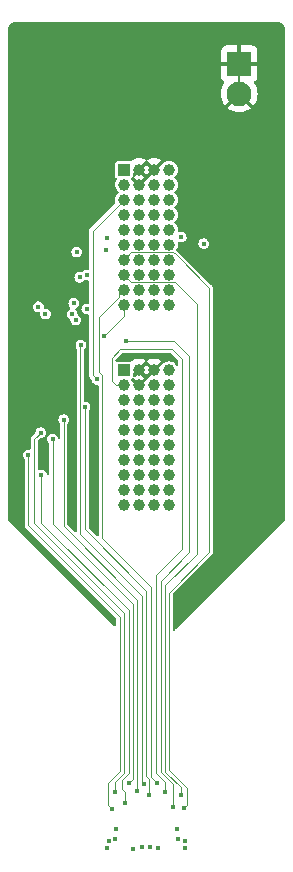
<source format=gbr>
%TF.GenerationSoftware,KiCad,Pcbnew,(6.0.0)*%
%TF.CreationDate,2022-08-13T16:18:09-04:00*%
%TF.ProjectId,eib-24-nanoz-adapter,6569622d-3234-42d6-9e61-6e6f7a2d6164,A*%
%TF.SameCoordinates,Original*%
%TF.FileFunction,Copper,L3,Inr*%
%TF.FilePolarity,Positive*%
%FSLAX46Y46*%
G04 Gerber Fmt 4.6, Leading zero omitted, Abs format (unit mm)*
G04 Created by KiCad (PCBNEW (6.0.0)) date 2022-08-13 16:18:09*
%MOMM*%
%LPD*%
G01*
G04 APERTURE LIST*
%TA.AperFunction,ComponentPad*%
%ADD10C,2.100000*%
%TD*%
%TA.AperFunction,ComponentPad*%
%ADD11R,2.100000X2.100000*%
%TD*%
%TA.AperFunction,ComponentPad*%
%ADD12R,0.990000X0.990000*%
%TD*%
%TA.AperFunction,ComponentPad*%
%ADD13C,0.990000*%
%TD*%
%TA.AperFunction,ViaPad*%
%ADD14C,0.400000*%
%TD*%
%TA.AperFunction,Conductor*%
%ADD15C,0.120000*%
%TD*%
%TA.AperFunction,Conductor*%
%ADD16C,0.200000*%
%TD*%
%TA.AperFunction,Conductor*%
%ADD17C,0.090000*%
%TD*%
G04 APERTURE END LIST*
D10*
%TO.N,/REF*%
%TO.C,J1*%
X147850000Y-97870000D03*
D11*
X147850000Y-95330000D03*
%TD*%
D12*
%TO.N,/E13*%
%TO.C,J4*%
X138095000Y-121285000D03*
D13*
%TO.N,/E15*%
X138095000Y-122555000D03*
%TO.N,/E17*%
X138095000Y-123825000D03*
%TO.N,/E19*%
X138095000Y-125095000D03*
%TO.N,/E21*%
X138095000Y-126365000D03*
%TO.N,/E23*%
X138095000Y-127635000D03*
%TO.N,unconnected-(J4-PadA7)*%
X138095000Y-128905000D03*
%TO.N,unconnected-(J4-PadA8)*%
X138095000Y-130175000D03*
%TO.N,unconnected-(J4-PadA9)*%
X138095000Y-131445000D03*
%TO.N,unconnected-(J4-PadA10)*%
X138095000Y-132715000D03*
%TO.N,/REF*%
X139365000Y-121285000D03*
X139365000Y-122555000D03*
%TO.N,unconnected-(J4-PadB3)*%
X139365000Y-123825000D03*
%TO.N,unconnected-(J4-PadB4)*%
X139365000Y-125095000D03*
%TO.N,/E20*%
X139365000Y-126365000D03*
%TO.N,/E22*%
X139365000Y-127635000D03*
%TO.N,unconnected-(J4-PadB7)*%
X139365000Y-128905000D03*
%TO.N,unconnected-(J4-PadB8)*%
X139365000Y-130175000D03*
%TO.N,unconnected-(J4-PadB9)*%
X139365000Y-131445000D03*
%TO.N,unconnected-(J4-PadB10)*%
X139365000Y-132715000D03*
%TO.N,/REF*%
X140635000Y-121285000D03*
%TO.N,unconnected-(J4-PadC2)*%
X140635000Y-122555000D03*
%TO.N,unconnected-(J4-PadC3)*%
X140635000Y-123825000D03*
%TO.N,unconnected-(J4-PadC4)*%
X140635000Y-125095000D03*
%TO.N,unconnected-(J4-PadC5)*%
X140635000Y-126365000D03*
%TO.N,unconnected-(J4-PadC6)*%
X140635000Y-127635000D03*
%TO.N,unconnected-(J4-PadC7)*%
X140635000Y-128905000D03*
%TO.N,unconnected-(J4-PadC8)*%
X140635000Y-130175000D03*
%TO.N,unconnected-(J4-PadC9)*%
X140635000Y-131445000D03*
%TO.N,unconnected-(J4-PadC10)*%
X140635000Y-132715000D03*
%TO.N,unconnected-(J4-PadD1)*%
X141905000Y-121285000D03*
%TO.N,unconnected-(J4-PadD2)*%
X141905000Y-122555000D03*
%TO.N,unconnected-(J4-PadD3)*%
X141905000Y-123825000D03*
%TO.N,unconnected-(J4-PadD4)*%
X141905000Y-125095000D03*
%TO.N,unconnected-(J4-PadD5)*%
X141905000Y-126365000D03*
%TO.N,unconnected-(J4-PadD6)*%
X141905000Y-127635000D03*
%TO.N,unconnected-(J4-PadD7)*%
X141905000Y-128905000D03*
%TO.N,unconnected-(J4-PadD8)*%
X141905000Y-130175000D03*
%TO.N,unconnected-(J4-PadD9)*%
X141905000Y-131445000D03*
%TO.N,unconnected-(J4-PadD10)*%
X141905000Y-132715000D03*
%TD*%
%TO.N,unconnected-(J3-PadD10)*%
%TO.C,J3*%
X141905000Y-115715000D03*
%TO.N,unconnected-(J3-PadD9)*%
X141905000Y-114445000D03*
%TO.N,unconnected-(J3-PadD8)*%
X141905000Y-113175000D03*
%TO.N,unconnected-(J3-PadD7)*%
X141905000Y-111905000D03*
%TO.N,unconnected-(J3-PadD6)*%
X141905000Y-110635000D03*
%TO.N,unconnected-(J3-PadD5)*%
X141905000Y-109365000D03*
%TO.N,unconnected-(J3-PadD4)*%
X141905000Y-108095000D03*
%TO.N,unconnected-(J3-PadD3)*%
X141905000Y-106825000D03*
%TO.N,unconnected-(J3-PadD2)*%
X141905000Y-105555000D03*
%TO.N,unconnected-(J3-PadD1)*%
X141905000Y-104285000D03*
%TO.N,unconnected-(J3-PadC10)*%
X140635000Y-115715000D03*
%TO.N,unconnected-(J3-PadC9)*%
X140635000Y-114445000D03*
%TO.N,unconnected-(J3-PadC8)*%
X140635000Y-113175000D03*
%TO.N,unconnected-(J3-PadC7)*%
X140635000Y-111905000D03*
%TO.N,unconnected-(J3-PadC6)*%
X140635000Y-110635000D03*
%TO.N,unconnected-(J3-PadC5)*%
X140635000Y-109365000D03*
%TO.N,unconnected-(J3-PadC4)*%
X140635000Y-108095000D03*
%TO.N,unconnected-(J3-PadC3)*%
X140635000Y-106825000D03*
%TO.N,unconnected-(J3-PadC2)*%
X140635000Y-105555000D03*
%TO.N,/REF*%
X140635000Y-104285000D03*
%TO.N,/E11*%
X139365000Y-115715000D03*
%TO.N,/E9*%
X139365000Y-114445000D03*
%TO.N,/E7*%
X139365000Y-113175000D03*
%TO.N,/E5*%
X139365000Y-111905000D03*
%TO.N,/E3*%
X139365000Y-110635000D03*
%TO.N,/E1*%
X139365000Y-109365000D03*
%TO.N,unconnected-(J3-PadB4)*%
X139365000Y-108095000D03*
%TO.N,unconnected-(J3-PadB3)*%
X139365000Y-106825000D03*
%TO.N,/REF*%
X139365000Y-105555000D03*
X139365000Y-104285000D03*
%TO.N,/E18*%
X138095000Y-115715000D03*
%TO.N,/E16*%
X138095000Y-114445000D03*
%TO.N,/E14*%
X138095000Y-113175000D03*
%TO.N,/E12*%
X138095000Y-111905000D03*
%TO.N,/E10*%
X138095000Y-110635000D03*
%TO.N,/E8*%
X138095000Y-109365000D03*
%TO.N,/E6*%
X138095000Y-108095000D03*
%TO.N,/E4*%
X138095000Y-106825000D03*
%TO.N,/E2*%
X138095000Y-105555000D03*
D12*
%TO.N,/E0*%
X138095000Y-104285000D03*
%TD*%
D14*
%TO.N,/E4*%
X135800000Y-122050000D03*
%TO.N,/E17*%
X134800000Y-124400000D03*
%TO.N,/E19*%
X133000000Y-125450000D03*
%TO.N,/E22*%
X131100000Y-130150000D03*
%TO.N,/E20*%
X132050000Y-127100000D03*
%TO.N,/E21*%
X131050000Y-126550000D03*
%TO.N,/E23*%
X130000000Y-128450000D03*
%TO.N,/E11*%
X131450000Y-116500000D03*
X133700000Y-116500000D03*
%TO.N,/E9*%
X130850000Y-115900000D03*
X133850000Y-115600000D03*
%TO.N,/E6*%
X134000000Y-117000000D03*
X134350000Y-113400000D03*
X136600000Y-111100000D03*
X136650000Y-110050000D03*
%TO.N,/E18*%
X134450000Y-119150000D03*
X136400000Y-118350000D03*
%TO.N,/E5*%
X134950000Y-116100000D03*
X134950000Y-113200000D03*
%TO.N,/E8*%
X134100000Y-111250000D03*
%TO.N,/E1*%
X144850000Y-110550000D03*
X142950000Y-110000000D03*
%TO.N,/E13*%
X138300000Y-118800000D03*
%TO.N,/E21*%
X137350000Y-156950000D03*
%TO.N,/E16*%
X140900000Y-156200000D03*
%TO.N,/E12*%
X143150000Y-158350000D03*
%TO.N,/E13*%
X142250000Y-158250000D03*
%TO.N,/E14*%
X142950000Y-157250000D03*
%TO.N,/E15*%
X141600000Y-157000000D03*
%TO.N,/E17*%
X140250000Y-157250000D03*
%TO.N,/E18*%
X139800000Y-156300000D03*
%TO.N,/E19*%
X139200000Y-156900000D03*
%TO.N,/E20*%
X138500000Y-156250000D03*
%TO.N,/E22*%
X138150000Y-157900000D03*
%TO.N,/E23*%
X137050000Y-158400000D03*
%TO.N,/E5*%
X140300000Y-161600000D03*
%TO.N,/E3*%
X143300000Y-161700000D03*
%TO.N,/E6*%
X139600000Y-161600000D03*
%TO.N,/E8*%
X136700000Y-161700000D03*
%TO.N,/E9*%
X136800000Y-161100000D03*
%TO.N,/E4*%
X141000000Y-161700000D03*
%TO.N,/E2*%
X143300000Y-161100000D03*
%TO.N,/E1*%
X142700000Y-161000000D03*
%TO.N,/E0*%
X142590774Y-160117244D03*
%TO.N,/E7*%
X138900000Y-161800000D03*
%TO.N,/E10*%
X137370000Y-161000000D03*
%TO.N,/E11*%
X137435748Y-160118888D03*
%TD*%
D15*
%TO.N,/E23*%
X137750000Y-142150000D02*
X130000000Y-134400000D01*
X137750000Y-155200000D02*
X137750000Y-142150000D01*
X136750000Y-156200000D02*
X137750000Y-155200000D01*
X130000000Y-134400000D02*
X130000000Y-128450000D01*
X136750000Y-158100000D02*
X136750000Y-156200000D01*
X137050000Y-158400000D02*
X136750000Y-158100000D01*
%TO.N,/E21*%
X138100000Y-155350000D02*
X138100000Y-141850000D01*
X138100000Y-141850000D02*
X130500000Y-134250000D01*
X130500000Y-134250000D02*
X130500000Y-127100000D01*
X130500000Y-127100000D02*
X131050000Y-126550000D01*
X137350000Y-156950000D02*
X137350000Y-156100000D01*
X137350000Y-156100000D02*
X138100000Y-155350000D01*
%TO.N,/E4*%
X135450000Y-109470000D02*
X135450000Y-121700000D01*
X135450000Y-121700000D02*
X135800000Y-122050000D01*
X138095000Y-106825000D02*
X135450000Y-109470000D01*
%TO.N,/E16*%
X140400000Y-155700000D02*
X140900000Y-156200000D01*
X140400000Y-139600000D02*
X140400000Y-155700000D01*
X136259501Y-135459501D02*
X140400000Y-139600000D01*
X136259501Y-121680378D02*
X136259501Y-135459501D01*
X135969622Y-121390499D02*
X136259501Y-121680378D01*
X137654990Y-114445000D02*
X137654990Y-115041304D01*
X138095000Y-114445000D02*
X137654990Y-114445000D01*
X137654990Y-115041304D02*
X135969622Y-116726672D01*
X135969622Y-116726672D02*
X135969622Y-121390499D01*
D16*
%TO.N,/REF*%
X147850000Y-97870000D02*
X147850000Y-95330000D01*
D15*
%TO.N,/E17*%
X134800000Y-134750000D02*
X134800000Y-124400000D01*
X140250000Y-155850000D02*
X140000000Y-155600000D01*
X140000000Y-139950000D02*
X134800000Y-134750000D01*
X140250000Y-157250000D02*
X140250000Y-155850000D01*
X140000000Y-155600000D02*
X140000000Y-139950000D01*
%TO.N,/E18*%
X134390499Y-119209501D02*
X134450000Y-119150000D01*
X139600000Y-140350000D02*
X134390499Y-135140499D01*
X139600000Y-156100000D02*
X139600000Y-140350000D01*
X134390499Y-135140499D02*
X134390499Y-119209501D01*
X139800000Y-156300000D02*
X139600000Y-156100000D01*
%TO.N,/E19*%
X133000000Y-125450000D02*
X133000000Y-134500000D01*
X133000000Y-134500000D02*
X139200000Y-140700000D01*
X139200000Y-140700000D02*
X139200000Y-156900000D01*
%TO.N,/E18*%
X138095000Y-115715000D02*
X138095000Y-116655000D01*
X138095000Y-116655000D02*
X136400000Y-118350000D01*
%TO.N,/E14*%
X142950000Y-156600000D02*
X142950000Y-157250000D01*
X144300000Y-115700000D02*
X144300000Y-136800000D01*
X141600000Y-139500000D02*
X141600000Y-155250000D01*
X141600000Y-155250000D02*
X142950000Y-156600000D01*
X142550000Y-113950000D02*
X144300000Y-115700000D01*
X144300000Y-136800000D02*
X141600000Y-139500000D01*
D17*
X142410479Y-113810479D02*
X142550000Y-113950000D01*
X138730479Y-113810479D02*
X142410479Y-113810479D01*
X138095000Y-113175000D02*
X138730479Y-113810479D01*
D15*
%TO.N,/E15*%
X137455000Y-122555000D02*
X138095000Y-122555000D01*
X137050000Y-122150000D02*
X137455000Y-122555000D01*
X137050000Y-120250000D02*
X137050000Y-122150000D01*
X137800000Y-119500000D02*
X137050000Y-120250000D01*
X142150000Y-119500000D02*
X137800000Y-119500000D01*
X140800000Y-138650000D02*
X143000000Y-136450000D01*
X140800000Y-155350000D02*
X140800000Y-138650000D01*
X141600000Y-156150000D02*
X140800000Y-155350000D01*
X143000000Y-120350000D02*
X142150000Y-119500000D01*
X141600000Y-157000000D02*
X141600000Y-156150000D01*
X143000000Y-136450000D02*
X143000000Y-120350000D01*
%TO.N,/E13*%
X138350000Y-118800000D02*
X138300000Y-118800000D01*
X142350000Y-118800000D02*
X138350000Y-118800000D01*
X142350000Y-118800000D02*
X143600000Y-120050000D01*
%TO.N,/E22*%
X131100000Y-134200000D02*
X131100000Y-130150000D01*
X138500000Y-141600000D02*
X131100000Y-134200000D01*
X137950000Y-156750000D02*
X137950000Y-155950000D01*
X138500000Y-155400000D02*
X138500000Y-141600000D01*
X138150000Y-156950000D02*
X137950000Y-156750000D01*
X138150000Y-157900000D02*
X138150000Y-156950000D01*
X137950000Y-155950000D02*
X138500000Y-155400000D01*
%TO.N,/E12*%
X143400000Y-158100000D02*
X143150000Y-158350000D01*
X141900000Y-155150000D02*
X143400000Y-156650000D01*
X145300000Y-136700000D02*
X141900000Y-140100000D01*
X141900000Y-140100000D02*
X141900000Y-155150000D01*
X143400000Y-156650000D02*
X143400000Y-158100000D01*
X145300000Y-114300000D02*
X145300000Y-136700000D01*
X142475000Y-111475000D02*
X145300000Y-114300000D01*
D17*
X142269521Y-111269521D02*
X142475000Y-111475000D01*
X138730479Y-111269521D02*
X142269521Y-111269521D01*
X138095000Y-111905000D02*
X138730479Y-111269521D01*
D15*
%TO.N,/E20*%
X132050000Y-134300000D02*
X132050000Y-127100000D01*
X132050000Y-134300000D02*
X138850000Y-141100000D01*
%TO.N,/E13*%
X143600000Y-136700000D02*
X143600000Y-120050000D01*
X141200000Y-155300000D02*
X141200000Y-139100000D01*
X141200000Y-139100000D02*
X143600000Y-136700000D01*
%TO.N,/E20*%
X138850000Y-155900000D02*
X138850000Y-141100000D01*
%TO.N,/E13*%
X141200000Y-155300000D02*
X142250000Y-156350000D01*
X142250000Y-158250000D02*
X142250000Y-156350000D01*
%TO.N,/E20*%
X138500000Y-156250000D02*
X138850000Y-155900000D01*
%TD*%
%TA.AperFunction,Conductor*%
%TO.N,/REF*%
G36*
X150984938Y-91751902D02*
G01*
X151000000Y-91754898D01*
X151009562Y-91752996D01*
X151019315Y-91752996D01*
X151019315Y-91753639D01*
X151031086Y-91753062D01*
X151106345Y-91760474D01*
X151136614Y-91763455D01*
X151155646Y-91767241D01*
X151277683Y-91804260D01*
X151295609Y-91811685D01*
X151408080Y-91871802D01*
X151424214Y-91882583D01*
X151522796Y-91963487D01*
X151536513Y-91977204D01*
X151617416Y-92075784D01*
X151628197Y-92091918D01*
X151639217Y-92112534D01*
X151688314Y-92204388D01*
X151695740Y-92222317D01*
X151720474Y-92303852D01*
X151732759Y-92344352D01*
X151736545Y-92363387D01*
X151746938Y-92468914D01*
X151746361Y-92480685D01*
X151747004Y-92480685D01*
X151747004Y-92490438D01*
X151745102Y-92500000D01*
X151747004Y-92509562D01*
X151748098Y-92515062D01*
X151750000Y-92534376D01*
X151750000Y-133855438D01*
X151731093Y-133913629D01*
X151721004Y-133925442D01*
X142497528Y-143148919D01*
X142482526Y-143161230D01*
X142469760Y-143169760D01*
X142455812Y-143190635D01*
X142414505Y-143252455D01*
X142412603Y-143262017D01*
X142406598Y-143292206D01*
X142376701Y-143345590D01*
X142321136Y-143371206D01*
X142261126Y-143359269D01*
X142219594Y-143314339D01*
X142210500Y-143272892D01*
X142210500Y-140269621D01*
X142229407Y-140211430D01*
X142239496Y-140199617D01*
X145480367Y-136958746D01*
X145483732Y-136955842D01*
X145488334Y-136953592D01*
X145523116Y-136916097D01*
X145525692Y-136913421D01*
X145539975Y-136899138D01*
X145542556Y-136895377D01*
X145542700Y-136895203D01*
X145546253Y-136891156D01*
X145567000Y-136868790D01*
X145571546Y-136857397D01*
X145581857Y-136838086D01*
X145583620Y-136835515D01*
X145583620Y-136835514D01*
X145588792Y-136827975D01*
X145595203Y-136800962D01*
X145599575Y-136787139D01*
X145607273Y-136767844D01*
X145607273Y-136767843D01*
X145609862Y-136761354D01*
X145610500Y-136754847D01*
X145610500Y-136748092D01*
X145613175Y-136725232D01*
X145613391Y-136724324D01*
X145613391Y-136724322D01*
X145615501Y-136715431D01*
X145611404Y-136685328D01*
X145610500Y-136671977D01*
X145610500Y-114355427D01*
X145610826Y-114350987D01*
X145612489Y-114346144D01*
X145610570Y-114295023D01*
X145610500Y-114291309D01*
X145610500Y-114271124D01*
X145609664Y-114266633D01*
X145609642Y-114266400D01*
X145609293Y-114261009D01*
X145608493Y-114239689D01*
X145608493Y-114239688D01*
X145608150Y-114230555D01*
X145603308Y-114219284D01*
X145596944Y-114198337D01*
X145596372Y-114195268D01*
X145594699Y-114186285D01*
X145580133Y-114162653D01*
X145573452Y-114149791D01*
X145565248Y-114130699D01*
X145565247Y-114130698D01*
X145562489Y-114124278D01*
X145558339Y-114119226D01*
X145553559Y-114114446D01*
X145539291Y-114096395D01*
X145534004Y-114087818D01*
X145526732Y-114082288D01*
X145526729Y-114082285D01*
X145509821Y-114069428D01*
X145499741Y-114060628D01*
X142674138Y-111235025D01*
X142614127Y-111193857D01*
X142600125Y-111182224D01*
X142559124Y-111141223D01*
X142531347Y-111086706D01*
X142540918Y-111026274D01*
X142546669Y-111016433D01*
X142556496Y-111001643D01*
X142572255Y-110977923D01*
X142576139Y-110967700D01*
X142629682Y-110826746D01*
X142631648Y-110821571D01*
X142654925Y-110655947D01*
X142655217Y-110635000D01*
X142654660Y-110630028D01*
X142645059Y-110544440D01*
X144394901Y-110544440D01*
X144395816Y-110551437D01*
X144395816Y-110551438D01*
X144397082Y-110561120D01*
X144411633Y-110672394D01*
X144414471Y-110678845D01*
X144414472Y-110678847D01*
X144449601Y-110758684D01*
X144463605Y-110790510D01*
X144494065Y-110826746D01*
X144542100Y-110883892D01*
X144542103Y-110883894D01*
X144546639Y-110889291D01*
X144654060Y-110960796D01*
X144660788Y-110962898D01*
X144660790Y-110962899D01*
X144708880Y-110977923D01*
X144777233Y-110999278D01*
X144841744Y-111000461D01*
X144899202Y-111001514D01*
X144899204Y-111001514D01*
X144906255Y-111001643D01*
X144913058Y-110999788D01*
X144913060Y-110999788D01*
X144954828Y-110988400D01*
X145030755Y-110967700D01*
X145140724Y-110900179D01*
X145199884Y-110834820D01*
X145222590Y-110809735D01*
X145222590Y-110809734D01*
X145227322Y-110804507D01*
X145283588Y-110688375D01*
X145295254Y-110619035D01*
X145304363Y-110564891D01*
X145304363Y-110564886D01*
X145304997Y-110561120D01*
X145305133Y-110550000D01*
X145286839Y-110422259D01*
X145233428Y-110304788D01*
X145149193Y-110207028D01*
X145143276Y-110203193D01*
X145143274Y-110203191D01*
X145046824Y-110140677D01*
X145040906Y-110136841D01*
X145034150Y-110134821D01*
X145034149Y-110134820D01*
X144991335Y-110122016D01*
X144917273Y-110099866D01*
X144840644Y-110099398D01*
X144795282Y-110099121D01*
X144788231Y-110099078D01*
X144781454Y-110101015D01*
X144781453Y-110101015D01*
X144670935Y-110132601D01*
X144670933Y-110132602D01*
X144664155Y-110134539D01*
X144555019Y-110203399D01*
X144469596Y-110300122D01*
X144414754Y-110416932D01*
X144394901Y-110544440D01*
X142645059Y-110544440D01*
X142642478Y-110521427D01*
X142654781Y-110461492D01*
X142699964Y-110420234D01*
X142760768Y-110413414D01*
X142770384Y-110415896D01*
X142877233Y-110449278D01*
X142941744Y-110450461D01*
X142999202Y-110451514D01*
X142999204Y-110451514D01*
X143006255Y-110451643D01*
X143013058Y-110449788D01*
X143013060Y-110449788D01*
X143054828Y-110438400D01*
X143130755Y-110417700D01*
X143240724Y-110350179D01*
X143286649Y-110299442D01*
X143322590Y-110259735D01*
X143322590Y-110259734D01*
X143327322Y-110254507D01*
X143383588Y-110138375D01*
X143397228Y-110057299D01*
X143404363Y-110014891D01*
X143404363Y-110014886D01*
X143404997Y-110011120D01*
X143405133Y-110000000D01*
X143386839Y-109872259D01*
X143364324Y-109822741D01*
X143336349Y-109761212D01*
X143336348Y-109761211D01*
X143333428Y-109754788D01*
X143249193Y-109657028D01*
X143243276Y-109653193D01*
X143243274Y-109653191D01*
X143146824Y-109590677D01*
X143140906Y-109586841D01*
X143134150Y-109584821D01*
X143134149Y-109584820D01*
X143083314Y-109569617D01*
X143017273Y-109549866D01*
X142940644Y-109549398D01*
X142895282Y-109549121D01*
X142888231Y-109549078D01*
X142881454Y-109551015D01*
X142881453Y-109551015D01*
X142825955Y-109566877D01*
X142767713Y-109583522D01*
X142706568Y-109581333D01*
X142658386Y-109543622D01*
X142641572Y-109484792D01*
X142642472Y-109474555D01*
X142654492Y-109389027D01*
X142654925Y-109385947D01*
X142655217Y-109365000D01*
X142654660Y-109360028D01*
X142643056Y-109256579D01*
X142636574Y-109198791D01*
X142581570Y-109040842D01*
X142492940Y-108899004D01*
X142393509Y-108798876D01*
X142365923Y-108744263D01*
X142375706Y-108683865D01*
X142395484Y-108657428D01*
X142479700Y-108577230D01*
X142572255Y-108437923D01*
X142631648Y-108281571D01*
X142654925Y-108115947D01*
X142655217Y-108095000D01*
X142636574Y-107928791D01*
X142581570Y-107770842D01*
X142492940Y-107629004D01*
X142393509Y-107528876D01*
X142365923Y-107474263D01*
X142375706Y-107413865D01*
X142395484Y-107387428D01*
X142479700Y-107307230D01*
X142572255Y-107167923D01*
X142631648Y-107011571D01*
X142654925Y-106845947D01*
X142655217Y-106825000D01*
X142654660Y-106820028D01*
X142637191Y-106664296D01*
X142636574Y-106658791D01*
X142581570Y-106500842D01*
X142492940Y-106359004D01*
X142393509Y-106258876D01*
X142365923Y-106204263D01*
X142375706Y-106143865D01*
X142395484Y-106117428D01*
X142479700Y-106037230D01*
X142572255Y-105897923D01*
X142631648Y-105741571D01*
X142654925Y-105575947D01*
X142655217Y-105555000D01*
X142654660Y-105550028D01*
X142637191Y-105394296D01*
X142636574Y-105388791D01*
X142581570Y-105230842D01*
X142492940Y-105089004D01*
X142393510Y-104988877D01*
X142365923Y-104934263D01*
X142375706Y-104873865D01*
X142395484Y-104847428D01*
X142479700Y-104767230D01*
X142572255Y-104627923D01*
X142594877Y-104568372D01*
X142629682Y-104476746D01*
X142631648Y-104471571D01*
X142654925Y-104305947D01*
X142655217Y-104285000D01*
X142654564Y-104279172D01*
X142637191Y-104124296D01*
X142636574Y-104118791D01*
X142581570Y-103960842D01*
X142492940Y-103819004D01*
X142375089Y-103700327D01*
X142295203Y-103649630D01*
X142238544Y-103613673D01*
X142238542Y-103613672D01*
X142233873Y-103610709D01*
X142124219Y-103571663D01*
X142081526Y-103556461D01*
X142081524Y-103556461D01*
X142076313Y-103554605D01*
X142056849Y-103552284D01*
X141915733Y-103535456D01*
X141915730Y-103535456D01*
X141910237Y-103534801D01*
X141743902Y-103552284D01*
X141664737Y-103579234D01*
X141590815Y-103604398D01*
X141590811Y-103604400D01*
X141585573Y-103606183D01*
X141580863Y-103609081D01*
X141580858Y-103609083D01*
X141454913Y-103686566D01*
X141452695Y-103687261D01*
X141430219Y-103701913D01*
X139435004Y-105697128D01*
X139380487Y-105724905D01*
X139320055Y-105715334D01*
X139294996Y-105697128D01*
X138728737Y-105130869D01*
X138700960Y-105076352D01*
X138710531Y-105015920D01*
X138743739Y-104978550D01*
X138762490Y-104966021D01*
X138762491Y-104966020D01*
X138770601Y-104960601D01*
X138788200Y-104934263D01*
X138788714Y-104933493D01*
X138836763Y-104895613D01*
X138897901Y-104893209D01*
X138939755Y-104922377D01*
X138942132Y-104920000D01*
X139353914Y-105331782D01*
X139365797Y-105337836D01*
X139370828Y-105337040D01*
X139776782Y-104931086D01*
X139782836Y-104919203D01*
X139782040Y-104914172D01*
X139376086Y-104508218D01*
X139364203Y-104502164D01*
X139359172Y-104502960D01*
X139009504Y-104852628D01*
X138954987Y-104880405D01*
X138894555Y-104870834D01*
X138851290Y-104827569D01*
X138840500Y-104782624D01*
X138840500Y-104638376D01*
X138859407Y-104580185D01*
X138869496Y-104568372D01*
X139152071Y-104285797D01*
X139582164Y-104285797D01*
X139582960Y-104290828D01*
X139988914Y-104696782D01*
X140000797Y-104702836D01*
X140005828Y-104702040D01*
X140411782Y-104296086D01*
X140417836Y-104284203D01*
X140417040Y-104279172D01*
X140011086Y-103873218D01*
X139999203Y-103867164D01*
X139994172Y-103867960D01*
X139588218Y-104273914D01*
X139582164Y-104285797D01*
X139152071Y-104285797D01*
X139929996Y-103507872D01*
X139974171Y-103485365D01*
X140017788Y-103485365D01*
X140044945Y-103489666D01*
X140070004Y-103507872D01*
X140623914Y-104061782D01*
X140635797Y-104067836D01*
X140640828Y-104067040D01*
X141214559Y-103493309D01*
X141220613Y-103481426D01*
X141220180Y-103478692D01*
X141217829Y-103475757D01*
X141197821Y-103459205D01*
X141189827Y-103453813D01*
X141026698Y-103365608D01*
X141017827Y-103361879D01*
X140840663Y-103307038D01*
X140831229Y-103305101D01*
X140646796Y-103285716D01*
X140637158Y-103285649D01*
X140452474Y-103302456D01*
X140443008Y-103304262D01*
X140265110Y-103356621D01*
X140256169Y-103360234D01*
X140091836Y-103446145D01*
X140083759Y-103451430D01*
X140062840Y-103468250D01*
X140017788Y-103485365D01*
X139974171Y-103485365D01*
X139979209Y-103482798D01*
X139946598Y-103473938D01*
X139937697Y-103467376D01*
X139927816Y-103459201D01*
X139919827Y-103453813D01*
X139756698Y-103365608D01*
X139747827Y-103361879D01*
X139570663Y-103307038D01*
X139561229Y-103305101D01*
X139376796Y-103285716D01*
X139367158Y-103285649D01*
X139182474Y-103302456D01*
X139173008Y-103304262D01*
X138995110Y-103356621D01*
X138986169Y-103360234D01*
X138821836Y-103446145D01*
X138813760Y-103451429D01*
X138722482Y-103524819D01*
X138665284Y-103546547D01*
X138641134Y-103544763D01*
X138626841Y-103541920D01*
X138614674Y-103539500D01*
X137575326Y-103539500D01*
X137502260Y-103554034D01*
X137419399Y-103609399D01*
X137364034Y-103692260D01*
X137349500Y-103765326D01*
X137349500Y-104804674D01*
X137364034Y-104877740D01*
X137419399Y-104960601D01*
X137427509Y-104966020D01*
X137458465Y-104986704D01*
X137496345Y-105034754D01*
X137498747Y-105095892D01*
X137486681Y-105122648D01*
X137423022Y-105221427D01*
X137365818Y-105378592D01*
X137344856Y-105544525D01*
X137347937Y-105575947D01*
X137360637Y-105705477D01*
X137360638Y-105705482D01*
X137361177Y-105710979D01*
X137413970Y-105869680D01*
X137416835Y-105874411D01*
X137416837Y-105874415D01*
X137497744Y-106008008D01*
X137497747Y-106008012D01*
X137500611Y-106012741D01*
X137504454Y-106016721D01*
X137504459Y-106016727D01*
X137606450Y-106122341D01*
X137633273Y-106177334D01*
X137622648Y-106237589D01*
X137604504Y-106261844D01*
X137513623Y-106350841D01*
X137423022Y-106491427D01*
X137365818Y-106648592D01*
X137344856Y-106814525D01*
X137347937Y-106845947D01*
X137360637Y-106975477D01*
X137360638Y-106975482D01*
X137361177Y-106980979D01*
X137376507Y-107027061D01*
X137376934Y-107088245D01*
X137352572Y-107128315D01*
X135269633Y-109211254D01*
X135266268Y-109214158D01*
X135261666Y-109216408D01*
X135226999Y-109253779D01*
X135226884Y-109253903D01*
X135224308Y-109256579D01*
X135210025Y-109270862D01*
X135207444Y-109274623D01*
X135207300Y-109274797D01*
X135203747Y-109278844D01*
X135183000Y-109301210D01*
X135179613Y-109309700D01*
X135179612Y-109309701D01*
X135178454Y-109312603D01*
X135168143Y-109331914D01*
X135166380Y-109334485D01*
X135161208Y-109342025D01*
X135155756Y-109365000D01*
X135154798Y-109369036D01*
X135150425Y-109382861D01*
X135140138Y-109408646D01*
X135139500Y-109415153D01*
X135139500Y-109421909D01*
X135136825Y-109444769D01*
X135134499Y-109454570D01*
X135135732Y-109463626D01*
X135138596Y-109484673D01*
X135139500Y-109498024D01*
X135139500Y-112654249D01*
X135120593Y-112712440D01*
X135071093Y-112748404D01*
X135025866Y-112752161D01*
X135024028Y-112751886D01*
X135017273Y-112749866D01*
X134952752Y-112749472D01*
X134895282Y-112749121D01*
X134888231Y-112749078D01*
X134881454Y-112751015D01*
X134881453Y-112751015D01*
X134770935Y-112782601D01*
X134770933Y-112782602D01*
X134764155Y-112784539D01*
X134655019Y-112853399D01*
X134606266Y-112908601D01*
X134579859Y-112938501D01*
X134527167Y-112969601D01*
X134477289Y-112967815D01*
X134417273Y-112949866D01*
X134340644Y-112949398D01*
X134295282Y-112949121D01*
X134288231Y-112949078D01*
X134281454Y-112951015D01*
X134281453Y-112951015D01*
X134170935Y-112982601D01*
X134170933Y-112982602D01*
X134164155Y-112984539D01*
X134158191Y-112988302D01*
X134150133Y-112993386D01*
X134055019Y-113053399D01*
X133969596Y-113150122D01*
X133914754Y-113266932D01*
X133894901Y-113394440D01*
X133911633Y-113522394D01*
X133914471Y-113528845D01*
X133914472Y-113528847D01*
X133960213Y-113632801D01*
X133963605Y-113640510D01*
X133975371Y-113654507D01*
X134042100Y-113733892D01*
X134042103Y-113733894D01*
X134046639Y-113739291D01*
X134154060Y-113810796D01*
X134160788Y-113812898D01*
X134160790Y-113812899D01*
X134215646Y-113830037D01*
X134277233Y-113849278D01*
X134341744Y-113850460D01*
X134399202Y-113851514D01*
X134399204Y-113851514D01*
X134406255Y-113851643D01*
X134413058Y-113849788D01*
X134413060Y-113849788D01*
X134454828Y-113838400D01*
X134530755Y-113817700D01*
X134640724Y-113750179D01*
X134714333Y-113668857D01*
X134721571Y-113660861D01*
X134774640Y-113630407D01*
X134824491Y-113632801D01*
X134870500Y-113647175D01*
X134870504Y-113647176D01*
X134877233Y-113649278D01*
X134941744Y-113650461D01*
X134999202Y-113651514D01*
X134999204Y-113651514D01*
X135006255Y-113651643D01*
X135014460Y-113649406D01*
X135015662Y-113649464D01*
X135020060Y-113648916D01*
X135020155Y-113649680D01*
X135075574Y-113652341D01*
X135123292Y-113690638D01*
X135139500Y-113744920D01*
X135139500Y-115554249D01*
X135120593Y-115612440D01*
X135071093Y-115648404D01*
X135025866Y-115652161D01*
X135024028Y-115651886D01*
X135017273Y-115649866D01*
X134952752Y-115649472D01*
X134895282Y-115649121D01*
X134888231Y-115649078D01*
X134881454Y-115651015D01*
X134881453Y-115651015D01*
X134770935Y-115682601D01*
X134770933Y-115682602D01*
X134764155Y-115684539D01*
X134655019Y-115753399D01*
X134569596Y-115850122D01*
X134514754Y-115966932D01*
X134494901Y-116094440D01*
X134511633Y-116222394D01*
X134514471Y-116228845D01*
X134514472Y-116228847D01*
X134550868Y-116311563D01*
X134563605Y-116340510D01*
X134598149Y-116381605D01*
X134642100Y-116433892D01*
X134642103Y-116433894D01*
X134646639Y-116439291D01*
X134754060Y-116510796D01*
X134760788Y-116512898D01*
X134760790Y-116512899D01*
X134815646Y-116530037D01*
X134877233Y-116549278D01*
X134941744Y-116550460D01*
X134999202Y-116551514D01*
X134999204Y-116551514D01*
X135006255Y-116551643D01*
X135014460Y-116549406D01*
X135015662Y-116549464D01*
X135020060Y-116548916D01*
X135020155Y-116549680D01*
X135075574Y-116552341D01*
X135123292Y-116590638D01*
X135139500Y-116644920D01*
X135139500Y-121644573D01*
X135139174Y-121649013D01*
X135137511Y-121653856D01*
X135137854Y-121662990D01*
X135139430Y-121704977D01*
X135139500Y-121708691D01*
X135139500Y-121728876D01*
X135140336Y-121733367D01*
X135140358Y-121733600D01*
X135140707Y-121738987D01*
X135141850Y-121769445D01*
X135146692Y-121780716D01*
X135153056Y-121801663D01*
X135155301Y-121813715D01*
X135160095Y-121821492D01*
X135160095Y-121821493D01*
X135169867Y-121837347D01*
X135176548Y-121850209D01*
X135182067Y-121863052D01*
X135187511Y-121875722D01*
X135191661Y-121880774D01*
X135196441Y-121885554D01*
X135210709Y-121903605D01*
X135215996Y-121912182D01*
X135223268Y-121917712D01*
X135223271Y-121917715D01*
X135240179Y-121930572D01*
X135250259Y-121939372D01*
X135319536Y-122008649D01*
X135347696Y-122065816D01*
X135353575Y-122110774D01*
X135361633Y-122172394D01*
X135364471Y-122178845D01*
X135364472Y-122178847D01*
X135410764Y-122284054D01*
X135413605Y-122290510D01*
X135448298Y-122331782D01*
X135492100Y-122383892D01*
X135492103Y-122383894D01*
X135496639Y-122389291D01*
X135604060Y-122460796D01*
X135610788Y-122462898D01*
X135610790Y-122462899D01*
X135665646Y-122480037D01*
X135727233Y-122499278D01*
X135785390Y-122500344D01*
X135851816Y-122501562D01*
X135909650Y-122521532D01*
X135944701Y-122571683D01*
X135949001Y-122600545D01*
X135949001Y-135220880D01*
X135930094Y-135279071D01*
X135880594Y-135315035D01*
X135819408Y-135315035D01*
X135779997Y-135290884D01*
X135139496Y-134650383D01*
X135111719Y-134595866D01*
X135110500Y-134580379D01*
X135110500Y-124766482D01*
X135129407Y-124708291D01*
X135136102Y-124700046D01*
X135172590Y-124659735D01*
X135172590Y-124659734D01*
X135177322Y-124654507D01*
X135233588Y-124538375D01*
X135246773Y-124460002D01*
X135254363Y-124414891D01*
X135254363Y-124414886D01*
X135254997Y-124411120D01*
X135255133Y-124400000D01*
X135236839Y-124272259D01*
X135218464Y-124231846D01*
X135186349Y-124161212D01*
X135186348Y-124161211D01*
X135183428Y-124154788D01*
X135099193Y-124057028D01*
X135093276Y-124053193D01*
X135093274Y-124053191D01*
X134996824Y-123990677D01*
X134990906Y-123986841D01*
X134984150Y-123984821D01*
X134984149Y-123984820D01*
X134900218Y-123959719D01*
X134867273Y-123949866D01*
X134850510Y-123949764D01*
X134799394Y-123949451D01*
X134741320Y-123930188D01*
X134705659Y-123880469D01*
X134700999Y-123850453D01*
X134700999Y-119578340D01*
X134719906Y-119520149D01*
X134735782Y-119503213D01*
X134740724Y-119500179D01*
X134827322Y-119404507D01*
X134883588Y-119288375D01*
X134899885Y-119191507D01*
X134904363Y-119164891D01*
X134904363Y-119164886D01*
X134904997Y-119161120D01*
X134905133Y-119150000D01*
X134886839Y-119022259D01*
X134841433Y-118922394D01*
X134836349Y-118911212D01*
X134836348Y-118911211D01*
X134833428Y-118904788D01*
X134749193Y-118807028D01*
X134743276Y-118803193D01*
X134743274Y-118803191D01*
X134646824Y-118740677D01*
X134640906Y-118736841D01*
X134634150Y-118734821D01*
X134634149Y-118734820D01*
X134530664Y-118703871D01*
X134517273Y-118699866D01*
X134440644Y-118699398D01*
X134395282Y-118699121D01*
X134388231Y-118699078D01*
X134381454Y-118701015D01*
X134381453Y-118701015D01*
X134270935Y-118732601D01*
X134270933Y-118732602D01*
X134264155Y-118734539D01*
X134155019Y-118803399D01*
X134069596Y-118900122D01*
X134014754Y-119016932D01*
X133994901Y-119144440D01*
X133995816Y-119151437D01*
X133995816Y-119151438D01*
X134000929Y-119190536D01*
X134011633Y-119272394D01*
X134014471Y-119278845D01*
X134014472Y-119278847D01*
X134028913Y-119311666D01*
X134063605Y-119390510D01*
X134065605Y-119392890D01*
X134079999Y-119443250D01*
X134079999Y-134901878D01*
X134061092Y-134960069D01*
X134011592Y-134996033D01*
X133950406Y-134996033D01*
X133910995Y-134971882D01*
X133339496Y-134400383D01*
X133311719Y-134345866D01*
X133310500Y-134330379D01*
X133310500Y-125816482D01*
X133329407Y-125758291D01*
X133336102Y-125750046D01*
X133372590Y-125709735D01*
X133372590Y-125709734D01*
X133377322Y-125704507D01*
X133433588Y-125588375D01*
X133444596Y-125522941D01*
X133454363Y-125464891D01*
X133454363Y-125464886D01*
X133454997Y-125461120D01*
X133455133Y-125450000D01*
X133436839Y-125322259D01*
X133383428Y-125204788D01*
X133299193Y-125107028D01*
X133293276Y-125103193D01*
X133293274Y-125103191D01*
X133196824Y-125040677D01*
X133190906Y-125036841D01*
X133184150Y-125034821D01*
X133184149Y-125034820D01*
X133141335Y-125022016D01*
X133067273Y-124999866D01*
X132990644Y-124999398D01*
X132945282Y-124999121D01*
X132938231Y-124999078D01*
X132931454Y-125001015D01*
X132931453Y-125001015D01*
X132820935Y-125032601D01*
X132820933Y-125032602D01*
X132814155Y-125034539D01*
X132705019Y-125103399D01*
X132619596Y-125200122D01*
X132564754Y-125316932D01*
X132544901Y-125444440D01*
X132545816Y-125451437D01*
X132545816Y-125451438D01*
X132547082Y-125461120D01*
X132561633Y-125572394D01*
X132564471Y-125578845D01*
X132564472Y-125578847D01*
X132571458Y-125594724D01*
X132613605Y-125690510D01*
X132646941Y-125730168D01*
X132666283Y-125753178D01*
X132689253Y-125809888D01*
X132689500Y-125816880D01*
X132689500Y-126997753D01*
X132670593Y-127055944D01*
X132621093Y-127091908D01*
X132559907Y-127091908D01*
X132510407Y-127055944D01*
X132492500Y-127011788D01*
X132487839Y-126979243D01*
X132486839Y-126972259D01*
X132433428Y-126854788D01*
X132349193Y-126757028D01*
X132343276Y-126753193D01*
X132343274Y-126753191D01*
X132246824Y-126690677D01*
X132240906Y-126686841D01*
X132234150Y-126684821D01*
X132234149Y-126684820D01*
X132191335Y-126672016D01*
X132117273Y-126649866D01*
X132040644Y-126649398D01*
X131995282Y-126649121D01*
X131988231Y-126649078D01*
X131981454Y-126651015D01*
X131981453Y-126651015D01*
X131870935Y-126682601D01*
X131870933Y-126682602D01*
X131864155Y-126684539D01*
X131755019Y-126753399D01*
X131669596Y-126850122D01*
X131614754Y-126966932D01*
X131594901Y-127094440D01*
X131611633Y-127222394D01*
X131614471Y-127228845D01*
X131614472Y-127228847D01*
X131644361Y-127296775D01*
X131663605Y-127340510D01*
X131713650Y-127400046D01*
X131716283Y-127403178D01*
X131739253Y-127459888D01*
X131739500Y-127466880D01*
X131739500Y-130047753D01*
X131720593Y-130105944D01*
X131671093Y-130141908D01*
X131609907Y-130141908D01*
X131560407Y-130105944D01*
X131542500Y-130061788D01*
X131537839Y-130029243D01*
X131536839Y-130022259D01*
X131483428Y-129904788D01*
X131399193Y-129807028D01*
X131393276Y-129803193D01*
X131393274Y-129803191D01*
X131296824Y-129740677D01*
X131290906Y-129736841D01*
X131284150Y-129734821D01*
X131284149Y-129734820D01*
X131213526Y-129713699D01*
X131167273Y-129699866D01*
X131090644Y-129699398D01*
X131045282Y-129699121D01*
X131038231Y-129699078D01*
X131031454Y-129701015D01*
X131031453Y-129701015D01*
X130936705Y-129728094D01*
X130875559Y-129725905D01*
X130827377Y-129688193D01*
X130810500Y-129632905D01*
X130810500Y-127269620D01*
X130829407Y-127211429D01*
X130839497Y-127199616D01*
X131008959Y-127030155D01*
X131063475Y-127002378D01*
X131080776Y-127001176D01*
X131081718Y-127001193D01*
X131099202Y-127001514D01*
X131099204Y-127001514D01*
X131106255Y-127001643D01*
X131113058Y-126999788D01*
X131113060Y-126999788D01*
X131158739Y-126987334D01*
X131230755Y-126967700D01*
X131340724Y-126900179D01*
X131353034Y-126886579D01*
X131422590Y-126809735D01*
X131422590Y-126809734D01*
X131427322Y-126804507D01*
X131483588Y-126688375D01*
X131494596Y-126622941D01*
X131504363Y-126564891D01*
X131504363Y-126564886D01*
X131504997Y-126561120D01*
X131505133Y-126550000D01*
X131486839Y-126422259D01*
X131433428Y-126304788D01*
X131349193Y-126207028D01*
X131343276Y-126203193D01*
X131343274Y-126203191D01*
X131246824Y-126140677D01*
X131240906Y-126136841D01*
X131234150Y-126134821D01*
X131234149Y-126134820D01*
X131191335Y-126122016D01*
X131117273Y-126099866D01*
X131040644Y-126099398D01*
X130995282Y-126099121D01*
X130988231Y-126099078D01*
X130981454Y-126101015D01*
X130981453Y-126101015D01*
X130870935Y-126132601D01*
X130870933Y-126132602D01*
X130864155Y-126134539D01*
X130755019Y-126203399D01*
X130669596Y-126300122D01*
X130614754Y-126416932D01*
X130613669Y-126423902D01*
X130595899Y-126538032D01*
X130568082Y-126592805D01*
X130319633Y-126841254D01*
X130316268Y-126844158D01*
X130311666Y-126846408D01*
X130276999Y-126883779D01*
X130276884Y-126883903D01*
X130274308Y-126886579D01*
X130260025Y-126900862D01*
X130257444Y-126904623D01*
X130257300Y-126904797D01*
X130253747Y-126908844D01*
X130233000Y-126931210D01*
X130229613Y-126939700D01*
X130229612Y-126939701D01*
X130228454Y-126942603D01*
X130218143Y-126961914D01*
X130216705Y-126964011D01*
X130211208Y-126972025D01*
X130209098Y-126980918D01*
X130204798Y-126999036D01*
X130200425Y-127012861D01*
X130193526Y-127030155D01*
X130190138Y-127038646D01*
X130189500Y-127045153D01*
X130189500Y-127051909D01*
X130186825Y-127074769D01*
X130184499Y-127084570D01*
X130188211Y-127111842D01*
X130188596Y-127114673D01*
X130189500Y-127128024D01*
X130189500Y-127904249D01*
X130170593Y-127962440D01*
X130121093Y-127998404D01*
X130075866Y-128002161D01*
X130074028Y-128001886D01*
X130067273Y-127999866D01*
X130002752Y-127999472D01*
X129945282Y-127999121D01*
X129938231Y-127999078D01*
X129931454Y-128001015D01*
X129931453Y-128001015D01*
X129820935Y-128032601D01*
X129820933Y-128032602D01*
X129814155Y-128034539D01*
X129705019Y-128103399D01*
X129619596Y-128200122D01*
X129564754Y-128316932D01*
X129544901Y-128444440D01*
X129561633Y-128572394D01*
X129613605Y-128690510D01*
X129666283Y-128753178D01*
X129689253Y-128809888D01*
X129689500Y-128816880D01*
X129689500Y-134344573D01*
X129689174Y-134349013D01*
X129687511Y-134353856D01*
X129687854Y-134362990D01*
X129689430Y-134404977D01*
X129689500Y-134408691D01*
X129689500Y-134428876D01*
X129690336Y-134433367D01*
X129690358Y-134433600D01*
X129690707Y-134438987D01*
X129691850Y-134469445D01*
X129696692Y-134480716D01*
X129703056Y-134501663D01*
X129705301Y-134513715D01*
X129710095Y-134521492D01*
X129710095Y-134521493D01*
X129719867Y-134537347D01*
X129726548Y-134550209D01*
X129734752Y-134569301D01*
X129737511Y-134575722D01*
X129741661Y-134580774D01*
X129746441Y-134585554D01*
X129760709Y-134603605D01*
X129765996Y-134612182D01*
X129773268Y-134617712D01*
X129773271Y-134617715D01*
X129790179Y-134630572D01*
X129800259Y-134639372D01*
X137410504Y-142249617D01*
X137438281Y-142304134D01*
X137439500Y-142319621D01*
X137439500Y-142846939D01*
X137420593Y-142905130D01*
X137371093Y-142941094D01*
X137309907Y-142941094D01*
X137270496Y-142916943D01*
X128278996Y-133925443D01*
X128251219Y-133870926D01*
X128250000Y-133855439D01*
X128250000Y-115894440D01*
X130394901Y-115894440D01*
X130395816Y-115901437D01*
X130395816Y-115901438D01*
X130397082Y-115911120D01*
X130411633Y-116022394D01*
X130414471Y-116028845D01*
X130414472Y-116028847D01*
X130460764Y-116134054D01*
X130463605Y-116140510D01*
X130505122Y-116189901D01*
X130542100Y-116233892D01*
X130542103Y-116233894D01*
X130546639Y-116239291D01*
X130654060Y-116310796D01*
X130660788Y-116312898D01*
X130660790Y-116312899D01*
X130715647Y-116330037D01*
X130777233Y-116349278D01*
X130857704Y-116350753D01*
X130903354Y-116351590D01*
X130961188Y-116371560D01*
X130996239Y-116421711D01*
X130999360Y-116465803D01*
X130994901Y-116494440D01*
X130995816Y-116501437D01*
X130995816Y-116501438D01*
X130997315Y-116512899D01*
X131011633Y-116622394D01*
X131014471Y-116628845D01*
X131014472Y-116628847D01*
X131050113Y-116709847D01*
X131063605Y-116740510D01*
X131081007Y-116761212D01*
X131142100Y-116833892D01*
X131142103Y-116833894D01*
X131146639Y-116839291D01*
X131254060Y-116910796D01*
X131260788Y-116912898D01*
X131260790Y-116912899D01*
X131305426Y-116926844D01*
X131377233Y-116949278D01*
X131441744Y-116950461D01*
X131499202Y-116951514D01*
X131499204Y-116951514D01*
X131506255Y-116951643D01*
X131513058Y-116949788D01*
X131513060Y-116949788D01*
X131554828Y-116938400D01*
X131630755Y-116917700D01*
X131740724Y-116850179D01*
X131827322Y-116754507D01*
X131883588Y-116638375D01*
X131898556Y-116549406D01*
X131904363Y-116514891D01*
X131904363Y-116514886D01*
X131904997Y-116511120D01*
X131905133Y-116500000D01*
X131904337Y-116494440D01*
X133244901Y-116494440D01*
X133245816Y-116501437D01*
X133245816Y-116501438D01*
X133247315Y-116512899D01*
X133261633Y-116622394D01*
X133264471Y-116628845D01*
X133264472Y-116628847D01*
X133300113Y-116709847D01*
X133313605Y-116740510D01*
X133331007Y-116761212D01*
X133392100Y-116833892D01*
X133392103Y-116833894D01*
X133396639Y-116839291D01*
X133490676Y-116901887D01*
X133501784Y-116909281D01*
X133539748Y-116957265D01*
X133545510Y-116990531D01*
X133544901Y-116994440D01*
X133561633Y-117122394D01*
X133564471Y-117128845D01*
X133564472Y-117128847D01*
X133571458Y-117144724D01*
X133613605Y-117240510D01*
X133655122Y-117289901D01*
X133692100Y-117333892D01*
X133692103Y-117333894D01*
X133696639Y-117339291D01*
X133804060Y-117410796D01*
X133810788Y-117412898D01*
X133810790Y-117412899D01*
X133865646Y-117430037D01*
X133927233Y-117449278D01*
X133991744Y-117450461D01*
X134049202Y-117451514D01*
X134049204Y-117451514D01*
X134056255Y-117451643D01*
X134063058Y-117449788D01*
X134063060Y-117449788D01*
X134104828Y-117438400D01*
X134180755Y-117417700D01*
X134290724Y-117350179D01*
X134377322Y-117254507D01*
X134433588Y-117138375D01*
X134454997Y-117011120D01*
X134455133Y-117000000D01*
X134436839Y-116872259D01*
X134396244Y-116782975D01*
X134386349Y-116761212D01*
X134386348Y-116761211D01*
X134383428Y-116754788D01*
X134299193Y-116657028D01*
X134200175Y-116592849D01*
X134161628Y-116545333D01*
X134155028Y-116508559D01*
X134155044Y-116507299D01*
X134155133Y-116500000D01*
X134136839Y-116372259D01*
X134083428Y-116254788D01*
X134007528Y-116166701D01*
X133983867Y-116110276D01*
X133997891Y-116050719D01*
X134032700Y-116020868D01*
X134030755Y-116017700D01*
X134134711Y-115953871D01*
X134140724Y-115950179D01*
X134175530Y-115911726D01*
X134222590Y-115859735D01*
X134222590Y-115859734D01*
X134227322Y-115854507D01*
X134278132Y-115749636D01*
X134280512Y-115744724D01*
X134280512Y-115744723D01*
X134283588Y-115738375D01*
X134297362Y-115656504D01*
X134304363Y-115614891D01*
X134304363Y-115614886D01*
X134304997Y-115611120D01*
X134305133Y-115600000D01*
X134286839Y-115472259D01*
X134249821Y-115390842D01*
X134236349Y-115361212D01*
X134236348Y-115361211D01*
X134233428Y-115354788D01*
X134149193Y-115257028D01*
X134143276Y-115253193D01*
X134143274Y-115253191D01*
X134046824Y-115190677D01*
X134040906Y-115186841D01*
X134034150Y-115184821D01*
X134034149Y-115184820D01*
X133991335Y-115172016D01*
X133917273Y-115149866D01*
X133840644Y-115149398D01*
X133795282Y-115149121D01*
X133788231Y-115149078D01*
X133781454Y-115151015D01*
X133781453Y-115151015D01*
X133670935Y-115182601D01*
X133670933Y-115182602D01*
X133664155Y-115184539D01*
X133555019Y-115253399D01*
X133469596Y-115350122D01*
X133414754Y-115466932D01*
X133394901Y-115594440D01*
X133395816Y-115601437D01*
X133395816Y-115601438D01*
X133396827Y-115609166D01*
X133411633Y-115722394D01*
X133414471Y-115728845D01*
X133414472Y-115728847D01*
X133458370Y-115828613D01*
X133463605Y-115840510D01*
X133468142Y-115845907D01*
X133468143Y-115845909D01*
X133477049Y-115856504D01*
X133541955Y-115933718D01*
X133542703Y-115934608D01*
X133565673Y-115991318D01*
X133550923Y-116050699D01*
X133513425Y-116083382D01*
X133514155Y-116084539D01*
X133405019Y-116153399D01*
X133319596Y-116250122D01*
X133264754Y-116366932D01*
X133244901Y-116494440D01*
X131904337Y-116494440D01*
X131886839Y-116372259D01*
X131833428Y-116254788D01*
X131766228Y-116176798D01*
X131753798Y-116162372D01*
X131753797Y-116162371D01*
X131749193Y-116157028D01*
X131743276Y-116153193D01*
X131743274Y-116153191D01*
X131646824Y-116090677D01*
X131640906Y-116086841D01*
X131634150Y-116084821D01*
X131634149Y-116084820D01*
X131591335Y-116072016D01*
X131517273Y-116049866D01*
X131398219Y-116049139D01*
X131340145Y-116029877D01*
X131304484Y-115980158D01*
X131301196Y-115933718D01*
X131304362Y-115914896D01*
X131304362Y-115914893D01*
X131304997Y-115911120D01*
X131305051Y-115906746D01*
X131305086Y-115903825D01*
X131305133Y-115900000D01*
X131286839Y-115772259D01*
X131233428Y-115654788D01*
X131167698Y-115578504D01*
X131153798Y-115562372D01*
X131153797Y-115562371D01*
X131149193Y-115557028D01*
X131143276Y-115553193D01*
X131143274Y-115553191D01*
X131055635Y-115496388D01*
X131040906Y-115486841D01*
X131034150Y-115484821D01*
X131034149Y-115484820D01*
X130970675Y-115465837D01*
X130917273Y-115449866D01*
X130840644Y-115449398D01*
X130795282Y-115449121D01*
X130788231Y-115449078D01*
X130781454Y-115451015D01*
X130781453Y-115451015D01*
X130670935Y-115482601D01*
X130670933Y-115482602D01*
X130664155Y-115484539D01*
X130555019Y-115553399D01*
X130469596Y-115650122D01*
X130414754Y-115766932D01*
X130394901Y-115894440D01*
X128250000Y-115894440D01*
X128250000Y-111244440D01*
X133644901Y-111244440D01*
X133645816Y-111251437D01*
X133645816Y-111251438D01*
X133646587Y-111257334D01*
X133661633Y-111372394D01*
X133664471Y-111378845D01*
X133664472Y-111378847D01*
X133710764Y-111484054D01*
X133713605Y-111490510D01*
X133732425Y-111512899D01*
X133792100Y-111583892D01*
X133792103Y-111583894D01*
X133796639Y-111589291D01*
X133904060Y-111660796D01*
X133910788Y-111662898D01*
X133910790Y-111662899D01*
X133965646Y-111680037D01*
X134027233Y-111699278D01*
X134091744Y-111700460D01*
X134149202Y-111701514D01*
X134149204Y-111701514D01*
X134156255Y-111701643D01*
X134163058Y-111699788D01*
X134163060Y-111699788D01*
X134204828Y-111688400D01*
X134280755Y-111667700D01*
X134390724Y-111600179D01*
X134405466Y-111583892D01*
X134472590Y-111509735D01*
X134472590Y-111509734D01*
X134477322Y-111504507D01*
X134533588Y-111388375D01*
X134554997Y-111261120D01*
X134555133Y-111250000D01*
X134536839Y-111122259D01*
X134483428Y-111004788D01*
X134399193Y-110907028D01*
X134393276Y-110903193D01*
X134393274Y-110903191D01*
X134296824Y-110840677D01*
X134290906Y-110836841D01*
X134284150Y-110834821D01*
X134284149Y-110834820D01*
X134221521Y-110816090D01*
X134167273Y-110799866D01*
X134090644Y-110799398D01*
X134045282Y-110799121D01*
X134038231Y-110799078D01*
X134031454Y-110801015D01*
X134031453Y-110801015D01*
X133920935Y-110832601D01*
X133920933Y-110832602D01*
X133914155Y-110834539D01*
X133805019Y-110903399D01*
X133719596Y-111000122D01*
X133664754Y-111116932D01*
X133644901Y-111244440D01*
X128250000Y-111244440D01*
X128250000Y-99067920D01*
X146870041Y-99067920D01*
X146870539Y-99071064D01*
X146872424Y-99073456D01*
X146933156Y-99125326D01*
X146939436Y-99129888D01*
X147140820Y-99253297D01*
X147147732Y-99256819D01*
X147365952Y-99347209D01*
X147373320Y-99349603D01*
X147603004Y-99404745D01*
X147610647Y-99405956D01*
X147846125Y-99424488D01*
X147853875Y-99424488D01*
X148089353Y-99405956D01*
X148096996Y-99404745D01*
X148326680Y-99349603D01*
X148334048Y-99347209D01*
X148552268Y-99256819D01*
X148559180Y-99253297D01*
X148760564Y-99129888D01*
X148766844Y-99125326D01*
X148823067Y-99077307D01*
X148830037Y-99065934D01*
X148829787Y-99062757D01*
X148828099Y-99060231D01*
X147861086Y-98093218D01*
X147849203Y-98087164D01*
X147844172Y-98087960D01*
X146876095Y-99056037D01*
X146870041Y-99067920D01*
X128250000Y-99067920D01*
X128250000Y-97873875D01*
X146295512Y-97873875D01*
X146314044Y-98109353D01*
X146315255Y-98116996D01*
X146370397Y-98346680D01*
X146372791Y-98354048D01*
X146463181Y-98572268D01*
X146466703Y-98579180D01*
X146590112Y-98780564D01*
X146594674Y-98786844D01*
X146642693Y-98843067D01*
X146654066Y-98850037D01*
X146657243Y-98849787D01*
X146659769Y-98848099D01*
X147779996Y-97727872D01*
X147834513Y-97700095D01*
X147894945Y-97709666D01*
X147920004Y-97727872D01*
X149036037Y-98843905D01*
X149047920Y-98849959D01*
X149051064Y-98849461D01*
X149053456Y-98847576D01*
X149105326Y-98786844D01*
X149109888Y-98780564D01*
X149233297Y-98579180D01*
X149236819Y-98572268D01*
X149327209Y-98354048D01*
X149329603Y-98346680D01*
X149384745Y-98116996D01*
X149385956Y-98109353D01*
X149404488Y-97873875D01*
X149404488Y-97866125D01*
X149385956Y-97630647D01*
X149384745Y-97623004D01*
X149329603Y-97393320D01*
X149327209Y-97385952D01*
X149236819Y-97167732D01*
X149233300Y-97160826D01*
X149109331Y-96958528D01*
X149095047Y-96899033D01*
X149118462Y-96842505D01*
X149146199Y-96819963D01*
X149148221Y-96818856D01*
X149251545Y-96741419D01*
X149261419Y-96731545D01*
X149338857Y-96628219D01*
X149345557Y-96615982D01*
X149391178Y-96494287D01*
X149394029Y-96482298D01*
X149399711Y-96429991D01*
X149400000Y-96424657D01*
X149400000Y-95495680D01*
X149395878Y-95482995D01*
X149391757Y-95480000D01*
X146315680Y-95480000D01*
X146302995Y-95484122D01*
X146300000Y-95488243D01*
X146300000Y-96424657D01*
X146300289Y-96429991D01*
X146305971Y-96482298D01*
X146308822Y-96494287D01*
X146354443Y-96615982D01*
X146361143Y-96628219D01*
X146438581Y-96731545D01*
X146448455Y-96741419D01*
X146551779Y-96818856D01*
X146553801Y-96819963D01*
X146555111Y-96821353D01*
X146557419Y-96823083D01*
X146557119Y-96823484D01*
X146595762Y-96864492D01*
X146603537Y-96925182D01*
X146590669Y-96958528D01*
X146466700Y-97160826D01*
X146463181Y-97167732D01*
X146372791Y-97385952D01*
X146370397Y-97393320D01*
X146315255Y-97623004D01*
X146314044Y-97630647D01*
X146295512Y-97866125D01*
X146295512Y-97873875D01*
X128250000Y-97873875D01*
X128250000Y-95164320D01*
X146300000Y-95164320D01*
X146304122Y-95177005D01*
X146308243Y-95180000D01*
X147684320Y-95180000D01*
X147697005Y-95175878D01*
X147700000Y-95171757D01*
X147700000Y-95164320D01*
X148000000Y-95164320D01*
X148004122Y-95177005D01*
X148008243Y-95180000D01*
X149384320Y-95180000D01*
X149397005Y-95175878D01*
X149400000Y-95171757D01*
X149400000Y-94235343D01*
X149399711Y-94230009D01*
X149394029Y-94177702D01*
X149391178Y-94165713D01*
X149345557Y-94044018D01*
X149338857Y-94031781D01*
X149261419Y-93928455D01*
X149251545Y-93918581D01*
X149148219Y-93841143D01*
X149135982Y-93834443D01*
X149014287Y-93788822D01*
X149002298Y-93785971D01*
X148949991Y-93780289D01*
X148944657Y-93780000D01*
X148015680Y-93780000D01*
X148002995Y-93784122D01*
X148000000Y-93788243D01*
X148000000Y-95164320D01*
X147700000Y-95164320D01*
X147700000Y-93795680D01*
X147695878Y-93782995D01*
X147691757Y-93780000D01*
X146755343Y-93780000D01*
X146750009Y-93780289D01*
X146697702Y-93785971D01*
X146685713Y-93788822D01*
X146564018Y-93834443D01*
X146551781Y-93841143D01*
X146448455Y-93918581D01*
X146438581Y-93928455D01*
X146361143Y-94031781D01*
X146354443Y-94044018D01*
X146308822Y-94165713D01*
X146305971Y-94177702D01*
X146300289Y-94230009D01*
X146300000Y-94235343D01*
X146300000Y-95164320D01*
X128250000Y-95164320D01*
X128250000Y-92534376D01*
X128251902Y-92515062D01*
X128252996Y-92509562D01*
X128254898Y-92500000D01*
X128252996Y-92490438D01*
X128252996Y-92480685D01*
X128253639Y-92480685D01*
X128253062Y-92468914D01*
X128263455Y-92363387D01*
X128267241Y-92344352D01*
X128279527Y-92303852D01*
X128304260Y-92222317D01*
X128311686Y-92204388D01*
X128360784Y-92112534D01*
X128371803Y-92091918D01*
X128382584Y-92075784D01*
X128463487Y-91977204D01*
X128477204Y-91963487D01*
X128575786Y-91882583D01*
X128591920Y-91871802D01*
X128704391Y-91811685D01*
X128722317Y-91804260D01*
X128844354Y-91767241D01*
X128863386Y-91763455D01*
X128893655Y-91760474D01*
X128968914Y-91753062D01*
X128980685Y-91753639D01*
X128980685Y-91752996D01*
X128990438Y-91752996D01*
X129000000Y-91754898D01*
X129009562Y-91752996D01*
X129015062Y-91751902D01*
X129034376Y-91750000D01*
X150965624Y-91750000D01*
X150984938Y-91751902D01*
G37*
%TD.AperFunction*%
%TA.AperFunction,Conductor*%
G36*
X142038570Y-119829407D02*
G01*
X142050383Y-119839496D01*
X142660504Y-120449617D01*
X142688281Y-120504134D01*
X142689500Y-120519621D01*
X142689500Y-120788311D01*
X142670593Y-120846502D01*
X142621093Y-120882466D01*
X142559907Y-120882466D01*
X142510407Y-120846502D01*
X142506544Y-120840774D01*
X142495874Y-120823699D01*
X142495873Y-120823698D01*
X142492940Y-120819004D01*
X142432783Y-120758426D01*
X142378985Y-120704250D01*
X142378983Y-120704249D01*
X142375089Y-120700327D01*
X142233873Y-120610709D01*
X142099645Y-120562913D01*
X142081526Y-120556461D01*
X142081524Y-120556461D01*
X142076313Y-120554605D01*
X142052002Y-120551706D01*
X141915733Y-120535456D01*
X141915730Y-120535456D01*
X141910237Y-120534801D01*
X141743902Y-120552284D01*
X141664738Y-120579233D01*
X141590815Y-120604398D01*
X141590811Y-120604400D01*
X141585573Y-120606183D01*
X141580863Y-120609081D01*
X141580858Y-120609083D01*
X141454913Y-120686566D01*
X141452695Y-120687261D01*
X141430219Y-120701913D01*
X139435004Y-122697128D01*
X139380487Y-122724905D01*
X139320055Y-122715334D01*
X139294996Y-122697128D01*
X138728737Y-122130869D01*
X138700960Y-122076352D01*
X138710531Y-122015920D01*
X138743739Y-121978550D01*
X138762490Y-121966021D01*
X138762491Y-121966020D01*
X138770601Y-121960601D01*
X138788200Y-121934263D01*
X138788714Y-121933493D01*
X138836763Y-121895613D01*
X138897901Y-121893209D01*
X138939755Y-121922377D01*
X138942132Y-121920000D01*
X139353914Y-122331782D01*
X139365797Y-122337836D01*
X139370828Y-122337040D01*
X139776782Y-121931086D01*
X139782836Y-121919203D01*
X139782040Y-121914172D01*
X139376086Y-121508218D01*
X139364203Y-121502164D01*
X139359172Y-121502960D01*
X139009504Y-121852628D01*
X138954987Y-121880405D01*
X138894555Y-121870834D01*
X138851290Y-121827569D01*
X138840500Y-121782624D01*
X138840500Y-121638376D01*
X138859407Y-121580185D01*
X138869496Y-121568372D01*
X139152071Y-121285797D01*
X139582164Y-121285797D01*
X139582960Y-121290828D01*
X139988914Y-121696782D01*
X140000797Y-121702836D01*
X140005828Y-121702040D01*
X140411782Y-121296086D01*
X140417836Y-121284203D01*
X140417040Y-121279172D01*
X140011086Y-120873218D01*
X139999203Y-120867164D01*
X139994172Y-120867960D01*
X139588218Y-121273914D01*
X139582164Y-121285797D01*
X139152071Y-121285797D01*
X139929996Y-120507872D01*
X139974171Y-120485365D01*
X140017788Y-120485365D01*
X140044945Y-120489666D01*
X140070004Y-120507872D01*
X140623914Y-121061782D01*
X140635797Y-121067836D01*
X140640828Y-121067040D01*
X141214559Y-120493309D01*
X141220613Y-120481426D01*
X141220180Y-120478692D01*
X141217829Y-120475757D01*
X141197821Y-120459205D01*
X141189827Y-120453813D01*
X141026698Y-120365608D01*
X141017827Y-120361879D01*
X140840663Y-120307038D01*
X140831229Y-120305101D01*
X140646796Y-120285716D01*
X140637158Y-120285649D01*
X140452474Y-120302456D01*
X140443008Y-120304262D01*
X140265110Y-120356621D01*
X140256169Y-120360234D01*
X140091836Y-120446145D01*
X140083759Y-120451430D01*
X140062840Y-120468250D01*
X140017788Y-120485365D01*
X139974171Y-120485365D01*
X139979209Y-120482798D01*
X139946598Y-120473938D01*
X139937697Y-120467376D01*
X139927816Y-120459201D01*
X139919827Y-120453813D01*
X139756698Y-120365608D01*
X139747827Y-120361879D01*
X139570663Y-120307038D01*
X139561229Y-120305101D01*
X139376796Y-120285716D01*
X139367158Y-120285649D01*
X139182474Y-120302456D01*
X139173008Y-120304262D01*
X138995110Y-120356621D01*
X138986169Y-120360234D01*
X138821836Y-120446145D01*
X138813760Y-120451429D01*
X138722482Y-120524819D01*
X138665284Y-120546547D01*
X138641134Y-120544763D01*
X138626841Y-120541920D01*
X138614674Y-120539500D01*
X137575326Y-120539500D01*
X137539899Y-120546547D01*
X137511825Y-120552131D01*
X137511823Y-120552132D01*
X137502260Y-120554034D01*
X137495992Y-120558222D01*
X137436390Y-120562913D01*
X137384221Y-120530944D01*
X137360805Y-120474417D01*
X137360500Y-120466648D01*
X137360500Y-120419621D01*
X137379407Y-120361430D01*
X137389496Y-120349617D01*
X137899617Y-119839496D01*
X137954134Y-119811719D01*
X137969621Y-119810500D01*
X141980379Y-119810500D01*
X142038570Y-119829407D01*
G37*
%TD.AperFunction*%
%TD*%
M02*

</source>
